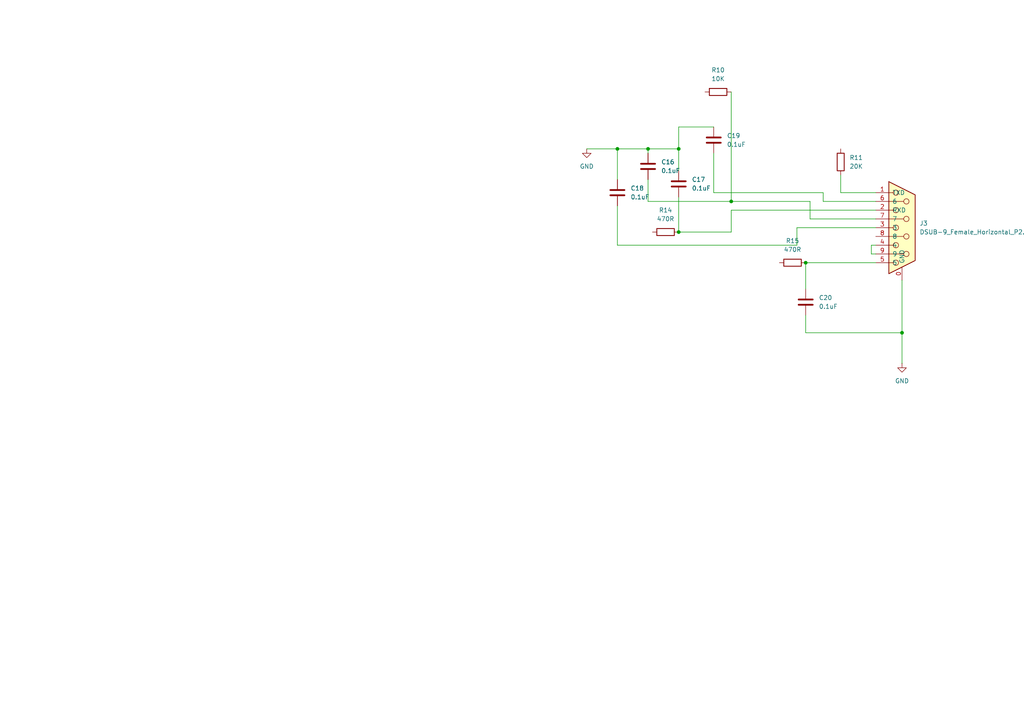
<source format=kicad_sch>
(kicad_sch (version 20250114) (generator "eeschema") (generator_version "9.0")
  (paper "A4")
  (lib_symbols
    (symbol "Device:C" (pin_numbers (hide yes)) (pin_names (offset 0.254))
      (property "Reference" "C" (at 0.635 2.54 0))
      (property "Value" "C" (at 0.635 -2.54 0))
      (symbol "C_0_1"
        (polyline (pts (xy -2.032 0.762) (xy 2.032 0.762)) (stroke (width 0.508)))
        (polyline (pts (xy -2.032 -0.762) (xy 2.032 -0.762)) (stroke (width 0.508)))
      )
      (symbol "C_1_1"
        (pin passive line (at 0 3.81 270) (length 2.794) (name "~") (number "1"))
        (pin passive line (at 0 -3.81 90) (length 2.794) (name "~") (number "2"))
      )
    )
    (symbol "Device:R" (pin_numbers (hide yes)) (pin_names (offset 0))
      (property "Reference" "R" (at 2.032 0 90))
      (property "Value" "R" (at 0 0 90))
      (symbol "R_0_1"
        (rectangle (start -1.016 -2.54) (end 1.016 2.54) (stroke (width 0.254)))
      )
      (symbol "R_1_1"
        (pin passive line (at 0 3.81 270) (length 1.27) (name "~") (number "1"))
        (pin passive line (at 0 -3.81 90) (length 1.27) (name "~") (number "2"))
      )
    )
    (symbol "apc-custom:APC_smart_RS232_DE9_socket" (pin_names (offset 1.016))
      (property "Reference" "J" (at 0 16.51 0))
      (property "Value" "APC_smart_RS232_DE9_socket" (at 0 14.605 0))
      (symbol "APC_smart_RS232_DE9_socket_0_1"
        (polyline (pts (xy -3.81 13.335) (xy -3.81 -13.335) (xy 3.81 -9.525) (xy 3.81 9.525) (xy -3.81 13.335)) (stroke (width 0.254)) (fill (type background)))
        (polyline (pts (xy -3.81 10.16) (xy -2.54 10.16)))
        (polyline (pts (xy -3.81 7.62) (xy 0.508 7.62)))
        (polyline (pts (xy -3.81 5.08) (xy -2.54 5.08)))
        (polyline (pts (xy -3.81 2.54) (xy 0.508 2.54)))
        (polyline (pts (xy -3.81 0) (xy -2.54 0)))
        (polyline (pts (xy -3.81 -2.54) (xy 0.508 -2.54)))
        (polyline (pts (xy -3.81 -5.08) (xy -2.54 -5.08)))
        (polyline (pts (xy -3.81 -7.62) (xy 0.508 -7.62)))
        (polyline (pts (xy -3.81 -10.16) (xy -2.54 -10.16)))
        (circle (center -1.778 10.16) (radius 0.762))
        (circle (center -1.778 5.08) (radius 0.762))
        (circle (center -1.778 0) (radius 0.762))
        (circle (center -1.778 -5.08) (radius 0.762))
        (circle (center -1.778 -10.16) (radius 0.762))
        (circle (center 1.27 7.62) (radius 0.762))
        (circle (center 1.27 2.54) (radius 0.762))
        (circle (center 1.27 -2.54) (radius 0.762))
        (circle (center 1.27 -7.62) (radius 0.762))
      )
      (symbol "APC_smart_RS232_DE9_socket_1_1"
        (pin passive line (at -7.62 10.16 0) (length 3.81) (name "TXD") (number "1"))
        (pin passive line (at -7.62 7.62 0) (length 3.81) (name "6") (number "6"))
        (pin passive line (at -7.62 5.08 0) (length 3.81) (name "RXD") (number "2"))
        (pin passive line (at -7.62 2.54 0) (length 3.81) (name "7") (number "7"))
        (pin passive line (at -7.62 0 0) (length 3.81) (name "3") (number "3"))
        (pin passive line (at -7.62 -2.54 0) (length 3.81) (name "8") (number "8"))
        (pin passive line (at -7.62 -5.08 0) (length 3.81) (name "4") (number "4"))
        (pin passive line (at -7.62 -7.62 0) (length 3.81) (name "9") (number "9"))
        (pin passive line (at -7.62 -10.16 0) (length 3.81) (name "5") (number "5"))
        (pin passive line (at 0 -15.24 90) (length 3.81) (name "GND") (number "0"))
      )
    )
    (symbol "power:GND" (power) (pin_numbers (hide yes)) (pin_names (offset 0) (hide yes))
      (property "Value" "GND" (at 0 -3.81 0))
      (symbol "GND_0_1"
        (polyline (pts (xy 0 0) (xy 0 -1.27) (xy 1.27 -1.27) (xy 0 -2.54) (xy -1.27 -1.27) (xy 0 -1.27)))
      )
      (symbol "GND_1_1"
        (pin power_in line (at 0 0 270) (length 0) (name "~") (number "1"))
      )
    )
  )
  (junction (at 212.09 58.42))
  (junction (at 196.85 43.18))
  (junction (at 179.07 43.18))
  (junction (at 233.68 76.2))
  (junction (at 187.96 43.18))
  (junction (at 261.62 96.52))
  (junction (at 196.85 67.31))
  (wire (pts (xy 254 66.04) (xy 231.14 66.04)))
  (wire (pts (xy 196.85 57.15) (xy 196.85 67.31)))
  (wire (pts (xy 187.96 52.07) (xy 187.96 58.42)))
  (wire (pts (xy 252.73 71.12) (xy 252.73 73.66)))
  (wire (pts (xy 179.07 43.18) (xy 187.96 43.18)))
  (wire (pts (xy 234.95 63.5) (xy 254 63.5)))
  (wire (pts (xy 233.68 96.52) (xy 261.62 96.52)))
  (wire (pts (xy 231.14 66.04) (xy 231.14 71.12)))
  (wire (pts (xy 207.01 55.88) (xy 238.76 55.88)))
  (wire (pts (xy 233.68 91.44) (xy 233.68 96.52)))
  (wire (pts (xy 187.96 43.18) (xy 196.85 43.18)))
  (wire (pts (xy 238.76 55.88) (xy 238.76 58.42)))
  (wire (pts (xy 207.01 44.45) (xy 207.01 55.88)))
  (wire (pts (xy 243.84 55.88) (xy 254 55.88)))
  (wire (pts (xy 231.14 71.12) (xy 179.07 71.12)))
  (wire (pts (xy 179.07 71.12) (xy 179.07 59.69)))
  (wire (pts (xy 196.85 36.83) (xy 196.85 43.18)))
  (wire (pts (xy 196.85 36.83) (xy 207.01 36.83)))
  (wire (pts (xy 238.76 58.42) (xy 254 58.42)))
  (wire (pts (xy 233.68 76.2) (xy 233.68 83.82)))
  (wire (pts (xy 196.85 67.31) (xy 212.09 67.31)))
  (wire (pts (xy 234.95 58.42) (xy 212.09 58.42)))
  (wire (pts (xy 187.96 58.42) (xy 212.09 58.42)))
  (wire (pts (xy 243.84 50.8) (xy 243.84 55.88)))
  (wire (pts (xy 261.62 105.41) (xy 261.62 96.52)))
  (wire (pts (xy 212.09 58.42) (xy 212.09 26.67)))
  (wire (pts (xy 254 71.12) (xy 252.73 71.12)))
  (wire (pts (xy 187.96 44.45) (xy 187.96 43.18)))
  (wire (pts (xy 212.09 60.96) (xy 212.09 67.31)))
  (wire (pts (xy 179.07 52.07) (xy 179.07 43.18)))
  (wire (pts (xy 261.62 96.52) (xy 261.62 81.28)))
  (wire (pts (xy 196.85 49.53) (xy 196.85 43.18)))
  (wire (pts (xy 254 60.96) (xy 212.09 60.96)))
  (wire (pts (xy 234.95 58.42) (xy 234.95 63.5)))
  (wire (pts (xy 252.73 73.66) (xy 254 73.66)))
  (wire (pts (xy 170.18 43.18) (xy 179.07 43.18)))
  (wire (pts (xy 233.68 76.2) (xy 254 76.2)))
  (symbol (lib_id "Device:C") (at 196.85 53.34 0) (unit 1)
    (property "Reference" "C17" (at 200.66 52.0699 0) (effects (justify left)))
    (property "Value" "0.1uF" (at 200.66 54.6099 0) (effects (justify left)))
    (property "Footprint" "apc-custom:C_Tant_L9.0mm_W2.5mm_P7.50mm_MKT" (effects (hide yes)))
  )
  (symbol (lib_id "Device:R") (at 208.28 26.67 270) (unit 1)
    (property "Reference" "R10" (at 208.28 20.32 90))
    (property "Value" "10K" (at 208.28 22.86 90))
    (property "Footprint" "apc-custom:R_Axial_DIN0207_L6.3mm_D2.5mm_P10.16mm_Horizontal_Doublesided" (effects (hide yes)))
  )
  (symbol (lib_id "Device:C") (at 187.96 48.26 0) (unit 1)
    (property "Reference" "C16" (at 191.77 46.9899 0) (effects (justify left)))
    (property "Value" "0.1uF" (at 191.77 49.5299 0) (effects (justify left)))
    (property "Footprint" "apc-custom:C_Tant_L9.0mm_W2.5mm_P7.50mm_MKT" (effects (hide yes)))
  )
  (symbol (lib_id "apc-custom:APC_smart_RS232_DE9_socket") (at 261.62 66.04 0) (unit 1)
    (property "Reference" "J3" (at 266.7 64.7699 0) (effects (justify left)))
    (property "Value" "DSUB-9_Female_Horizontal_P2.77x2.84mm_EdgePinOffset9.90mm_Housed_MountingHolesOffset11.32mm" (at 266.7 67.3099 0) (effects (justify left)))
    (property "Footprint" "Connector_Dsub:DSUB-9_Female_Horizontal_P2.77x2.84mm_EdgePinOffset9.90mm_Housed_MountingHolesOffset11.32mm" (effects (hide yes)))
    (property "Description" "9-pin D-SUB connector, socket (female), Mounting Hole" (effects (hide yes)))
  )
  (symbol (lib_id "Device:C") (at 207.01 40.64 0) (unit 1)
    (property "Reference" "C19" (at 210.82 39.3699 0) (effects (justify left)))
    (property "Value" "0.1uF" (at 210.82 41.9099 0) (effects (justify left)))
    (property "Footprint" "apc-custom:C_Tant_L9.0mm_W2.5mm_P7.50mm_MKT" (effects (hide yes)))
  )
  (symbol (lib_id "Device:C") (at 179.07 55.88 0) (unit 1)
    (property "Reference" "C18" (at 182.88 54.6099 0) (effects (justify left)))
    (property "Value" "0.1uF" (at 182.88 57.1499 0) (effects (justify left)))
    (property "Footprint" "apc-custom:C_Tant_L9.0mm_W2.5mm_P7.50mm_MKT" (effects (hide yes)))
  )
  (symbol (lib_id "power:GND") (at 170.18 43.18 0) (unit 1)
    (property "Reference" "#PWR015" (effects (hide yes)))
    (property "Value" "GND" (at 170.18 48.26 0))
    (property "Description" "Power symbol creates a global label with name \"GND\" , ground" (effects (hide yes)))
  )
  (symbol (lib_id "Device:R") (at 193.04 67.31 90) (unit 1)
    (property "Reference" "R14" (at 193.04 60.96 90))
    (property "Value" "470R" (at 193.04 63.5 90))
    (property "Footprint" "apc-custom:R_Axial_DIN0207_L6.3mm_D2.5mm_P10.16mm_Horizontal_Doublesided" (effects (hide yes)))
  )
  (symbol (lib_id "Device:C") (at 233.68 87.63 180) (unit 1)
    (property "Reference" "C20" (at 237.49 86.3599 0) (effects (justify right)))
    (property "Value" "0.1uF" (at 237.49 88.8999 0) (effects (justify right)))
    (property "Footprint" "apc-custom:C_Tant_L9.0mm_W2.5mm_P7.50mm_MKT" (effects (hide yes)))
  )
  (symbol (lib_id "Device:R") (at 229.87 76.2 90) (unit 1)
    (property "Reference" "R15" (at 229.87 69.85 90))
    (property "Value" "470R" (at 229.87 72.39 90))
    (property "Footprint" "apc-custom:R_Axial_DIN0207_L6.3mm_D2.5mm_P10.16mm_Horizontal_Doublesided" (effects (hide yes)))
  )
  (symbol (lib_id "Device:R") (at 243.84 46.99 0) (unit 1)
    (property "Reference" "R11" (at 246.38 45.7199 0) (effects (justify left)))
    (property "Value" "20K" (at 246.38 48.2599 0) (effects (justify left)))
    (property "Footprint" "apc-custom:R_Axial_DIN0207_L6.3mm_D2.5mm_P10.16mm_Horizontal_Doublesided" (effects (hide yes)))
  )
  (symbol (lib_id "power:GND") (at 261.62 105.41 0) (unit 1)
    (property "Reference" "#PWR014" (effects (hide yes)))
    (property "Value" "GND" (at 261.62 110.49 0))
    (property "Description" "Power symbol creates a global label with name \"GND\" , ground" (effects (hide yes)))
  )
)
</source>
